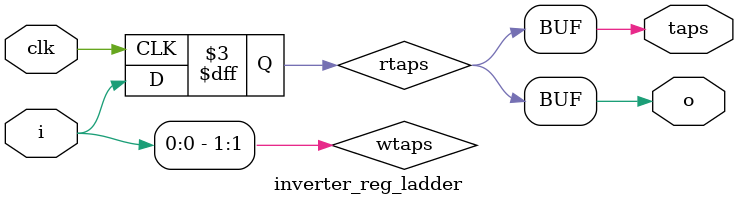
<source format=v>

module inverter_reg_ladder #(
    parameter	STAGES = 	1
) (
    input			clk,
    input			i,	// taps[STAGES]

    output			o,	// taps[0]
    output reg	[STAGES-1:0]	taps
);

  reg  [STAGES-1  :0] rtaps;
  wire [STAGES-1+1:0] wtaps;	// +1 for input

  assign wtaps[STAGES] = i;	// input

  genvar stage;

  generate
    for (stage = STAGES - 1; stage >= 0; stage = stage - 1) begin : stinv
      assign wtaps[stage] = ~rtaps[stage];	// inverted
      assign taps[stage]  =  rtaps[stage];
    end
  endgenerate

//  always @ (posedge clk) begin
    //generate
//      for (stage = STAGES - 1; stage > 0; stage = stage - 1) begin : st		// STAGES-1 .. 0 (iterates STAGES times)
//        rtaps[stage] <= wtaps[stage+1];	// ladder
//      end
    //endgenerate
//  end

  generate
    for (stage = STAGES - 1; stage >= 0; stage = stage - 1) begin : st		// STAGES-1 .. 0 (iterates STAGES times)
      always @ (posedge clk) begin
        rtaps[stage] <= wtaps[stage+1];	// ladder
      end
    end
  endgenerate

  assign o = rtaps[0];

endmodule

</source>
